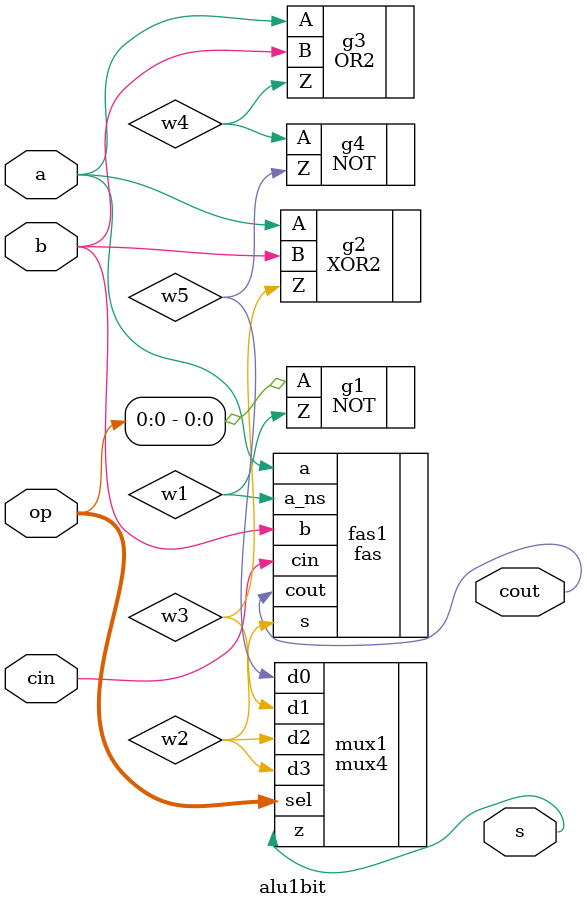
<source format=sv>
module alu1bit (
    input logic a,           // Input bit a
    input logic b,           // Input bit b
    input logic cin,         // Carry in
    input logic [1:0] op,    // Operation
    output logic s,          // Output S
    output logic cout        // Carry out
);
logic w1, w2, w3, w4, w5;

NOT #(.Tpdlh(10), .Tpdhl(8)) g1 (
    .A(op[0]),
    .Z(w1)
);

fas fas1(
    .a(a),
    .b(b),
    .cin(cin),
    .a_ns(w1),
    .cout(cout),
    .s(w2)
);

XOR2 #(.Tpdlh(8), .Tpdhl(8)) g2 (
    .A(a),
    .B(b),
    .Z(w3)
);

OR2 #(.Tpdlh(5), .Tpdhl(4)) g3 (
    .A(a),
    .B(b),
    .Z(w4)
);

NOT #(.Tpdlh(10), .Tpdhl(8)) g4 (
    .A(w4),
    .Z(w5)
);

mux4 mux1(
    .d0(w5),
    .d1(w3),
    .d2(w2),
    .d3(w2),
    .sel(op),
    .z(s)
);

endmodule

</source>
